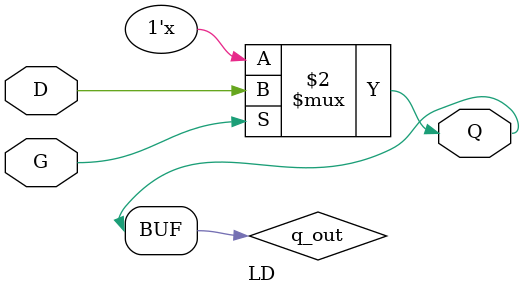
<source format=v>
`timescale  100 ps / 10 ps

(* ivl_synthesis_cell *)
module LD (Q, D, G);

   output    Q;
   reg	     q_out;

   input     D, G;

   buf b1 (Q, q_out);

   always @(D or G) if (G) q_out <= D;

endmodule

</source>
